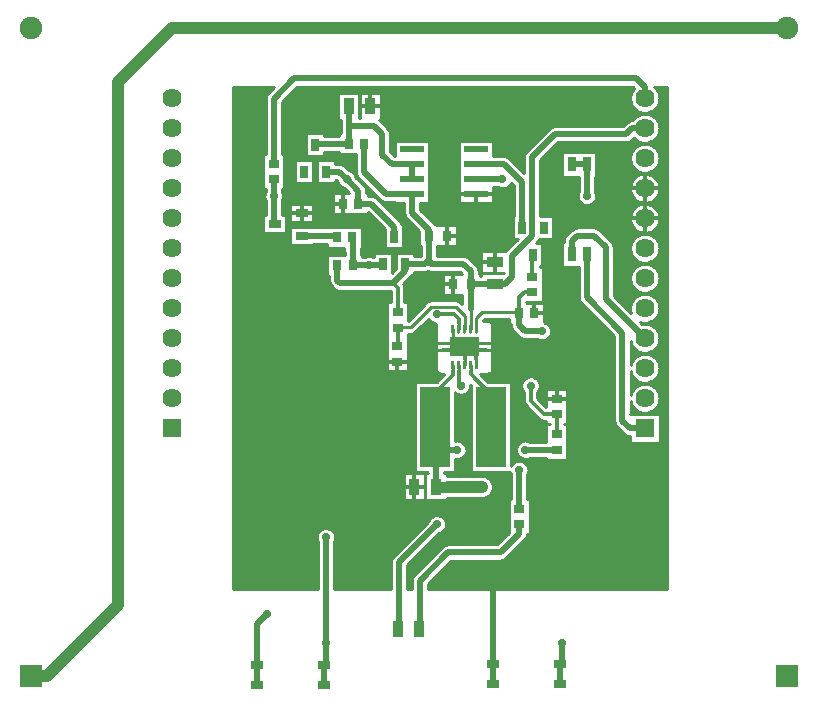
<source format=gbr>
G04 DipTrace 2.4.0.2*
%INTop.gbr*%
%MOIN*%
%ADD13C,0.011*%
%ADD14C,0.0118*%
%ADD15C,0.0098*%
%ADD16C,0.0394*%
%ADD17C,0.0197*%
%ADD18C,0.0138*%
%ADD19C,0.0374*%
%ADD21R,0.0748X0.0748*%
%ADD22C,0.0748*%
%ADD24R,0.0354X0.0315*%
%ADD25R,0.0374X0.0551*%
%ADD26R,0.0638X0.0638*%
%ADD27C,0.0638*%
%ADD28R,0.0551X0.0374*%
%ADD29R,0.0315X0.0354*%
%ADD31R,0.0256X0.0413*%
%ADD32R,0.0335X0.0551*%
%ADD34C,0.0197*%
%ADD35R,0.0787X0.0236*%
%ADD36R,0.0984X0.2677*%
%ADD37R,0.0394X0.0276*%
%ADD38R,0.0413X0.0256*%
%ADD39R,0.0299X0.05*%
%ADD40C,0.0276*%
%ADD41C,0.04*%
%FSLAX44Y44*%
G04*
G70*
G90*
G75*
G01*
%LNTop*%
%LPD*%
X25323Y27670D2*
D13*
Y27872D1*
D14*
Y28271D1*
X25716Y27670D2*
D13*
Y27872D1*
D14*
Y28271D1*
X25323D1*
X24929Y28851D2*
D13*
Y28504D1*
D14*
X25163Y28271D1*
X25323D1*
X26457Y27851D2*
D15*
Y28101D1*
X26395Y28164D1*
X25429D1*
X25323Y28271D1*
X26457Y27851D2*
Y28164D1*
X26240Y28381D1*
X25433D1*
X25323Y28271D1*
X24019Y28726D2*
Y28380D1*
X25213D1*
X25323Y28271D1*
X24019Y28289D2*
Y28163D1*
X25215D1*
X25323Y28271D1*
X26272Y17012D2*
D17*
Y17682D1*
Y20193D1*
X26803Y20724D1*
X27331D1*
X28457Y21851D1*
X31331Y36551D2*
Y36915D1*
X31019Y37226D1*
X19643D1*
X18956Y36540D1*
Y34364D1*
X25519Y27670D2*
D13*
Y27468D1*
D14*
Y27351D1*
X26207Y26664D1*
Y25601D1*
X27597Y31337D2*
D18*
Y31242D1*
X27582Y31226D1*
Y30601D1*
X23346Y31025D2*
D17*
X24005D1*
X24144Y31164D1*
Y31976D1*
X23581Y33352D2*
Y32727D1*
X24144Y32164D1*
Y31976D1*
X23346Y31025D2*
Y30803D1*
X22931Y30388D1*
X21169D1*
X21081Y30476D1*
Y30976D1*
X21076Y30982D1*
X21968Y35039D2*
Y34090D1*
X22707Y33352D1*
X23581D1*
X27145Y22862D2*
Y24164D1*
X24144Y31101D2*
Y31164D1*
X25519Y28851D2*
D13*
Y29539D1*
D17*
Y30351D1*
X23088Y29420D2*
D14*
Y30232D1*
X22931Y30388D1*
X26321Y30362D2*
D17*
X26655D1*
X26894Y30601D1*
Y31289D1*
X27582Y31976D1*
Y34601D1*
X28332Y35351D1*
X30707D1*
X30906Y35551D1*
X31331D1*
X26321Y30362D2*
X25519D1*
Y30351D1*
Y30789D1*
X25269Y31039D1*
X24207D1*
X24144Y31101D1*
X20642Y16993D2*
Y17663D1*
X20701D1*
Y18390D1*
Y21919D1*
X27894Y28789D2*
X27332D1*
X27138Y28983D1*
Y29392D1*
X28516Y17012D2*
Y17682D1*
X28575Y18390D2*
Y17741D1*
X28516Y17682D1*
X25716Y28851D2*
D15*
Y29236D1*
X25894Y29414D1*
X27116D1*
X27138Y29392D1*
X27582Y30090D2*
D18*
X27320D1*
X27144Y29914D1*
Y29398D1*
X27138Y29392D1*
X18398Y16993D2*
D17*
Y17663D1*
X24373Y23601D2*
Y25560D1*
X24332Y25601D1*
X28395Y24839D2*
X27344D1*
X25082D2*
X24406D1*
X24269Y24976D1*
Y25601D1*
X24332D1*
X24929Y27670D2*
D13*
Y27468D1*
D14*
Y27323D1*
X24332Y26726D1*
Y25601D1*
X25894Y23601D2*
D16*
X24756D1*
D19*
X24373D1*
X18398Y17663D2*
D17*
Y19012D1*
X18732Y19346D1*
X21587Y30982D2*
Y31908D1*
X21581Y31914D1*
X21587Y30982D2*
X22144D1*
X22555D1*
X22598Y31025D1*
X25126Y28851D2*
D13*
Y29053D1*
D14*
Y29182D1*
X24957Y29351D1*
X24394D1*
Y22351D2*
D17*
X23144Y21100D1*
Y18882D1*
X23112Y18850D1*
X21456Y35039D2*
X20362D1*
X20330Y35007D1*
X23581Y33852D2*
Y34352D1*
X21456Y36289D2*
Y35626D1*
Y35039D1*
Y35626D2*
X22308D1*
X22582Y35352D1*
Y34664D1*
X22894Y34352D1*
X23581D1*
X22972Y31930D2*
Y32274D1*
X22207Y33039D1*
X21781D1*
X21775Y33033D1*
X20704Y34102D2*
X21138D1*
X21388Y33852D1*
X21775Y33465D1*
Y33033D1*
X25707Y33852D2*
X26582D1*
X28895Y31351D2*
Y31789D1*
X29082Y31977D1*
X29645D1*
X30020Y31601D1*
Y29862D1*
X31331Y28551D1*
X25126Y27670D2*
D13*
Y27468D1*
D14*
Y27039D1*
X25269D1*
X25207Y26976D1*
X27519D2*
Y26476D1*
X27969Y26027D1*
X28395D1*
Y25351D1*
X36055Y38886D2*
D16*
X15552D1*
X13768Y37102D1*
Y19663D1*
X11393Y17287D1*
X10858D1*
X27223Y32243D2*
D17*
Y33772D1*
X26644Y34352D1*
X25707D1*
X27145Y22351D2*
Y22038D1*
X26520Y21413D1*
X24769D1*
X23832Y20475D1*
Y18850D1*
X23801D1*
X31331Y25551D2*
X30819D1*
X30582Y25788D1*
Y28726D1*
X29395Y29913D1*
Y31351D1*
X18956Y33852D2*
Y33289D1*
Y32383D1*
X18988Y32351D1*
X29395Y34351D2*
Y33289D1*
X28895Y34351D2*
X29395D1*
X25323Y28851D2*
D15*
Y29298D1*
X25019Y29601D1*
X24207D1*
X23519Y28914D1*
X23094D1*
X23088Y28908D1*
D14*
Y28295D1*
X23082Y28289D1*
X19894Y31977D2*
D17*
X21007D1*
X21070Y31914D1*
D40*
X27145Y24164D3*
X24144Y31101D3*
D3*
X20701Y21919D3*
X27894Y28789D3*
X28575Y18390D3*
X20701D3*
X27344Y24839D3*
X25082D3*
D41*
X25894Y23601D3*
D40*
X18732Y19346D3*
X24394Y29351D3*
X22144Y30982D3*
X24394Y22351D3*
Y29351D3*
X26582Y33852D3*
X21388D3*
X25207Y26976D3*
X27519D3*
X29395Y33289D3*
X18956D3*
D41*
X24082Y30351D3*
X26394Y31851D3*
X20707Y32601D3*
X23207Y36351D3*
X24207D3*
X28957Y29726D3*
Y28976D3*
Y28226D3*
X25582Y31851D3*
D40*
X26457Y28726D3*
Y28289D3*
Y27851D3*
X24019Y28726D3*
Y28289D3*
Y27851D3*
D41*
X22769Y23601D3*
Y22851D3*
X22144Y25476D3*
X28457Y21851D3*
X22144Y26664D3*
X29707Y21851D3*
X29520Y28976D3*
X27144Y27726D3*
Y26164D3*
X25228Y20724D3*
X26478D3*
X21222D3*
X22472D3*
X28457Y24016D3*
X29707D3*
X17610Y36830D2*
D15*
X18855D1*
X19638D2*
X30917D1*
X31744D2*
X32059D1*
X17610Y36733D2*
X18759D1*
X19541D2*
X21088D1*
X22552D2*
X30866D1*
X31795D2*
X32059D1*
X17610Y36636D2*
X18694D1*
X19444D2*
X21088D1*
X22552D2*
X30839D1*
X31823D2*
X32059D1*
X17610Y36539D2*
X18677D1*
X19346D2*
X21088D1*
X22552D2*
X30831D1*
X31830D2*
X32059D1*
X17610Y36442D2*
X18677D1*
X19249D2*
X21088D1*
X22552D2*
X30843D1*
X31818D2*
X32059D1*
X17610Y36344D2*
X18677D1*
X19235D2*
X21088D1*
X22552D2*
X30877D1*
X31784D2*
X32059D1*
X17610Y36247D2*
X18677D1*
X19235D2*
X21088D1*
X22552D2*
X30936D1*
X31726D2*
X32059D1*
X17610Y36150D2*
X18677D1*
X19235D2*
X21088D1*
X22552D2*
X31039D1*
X31623D2*
X32059D1*
X17610Y36053D2*
X18677D1*
X19235D2*
X21088D1*
X22552D2*
X32059D1*
X17610Y35956D2*
X18677D1*
X19235D2*
X21088D1*
X22552D2*
X31045D1*
X31617D2*
X32059D1*
X17610Y35859D2*
X18677D1*
X19235D2*
X21088D1*
X22552D2*
X30940D1*
X31721D2*
X32059D1*
X17610Y35762D2*
X18677D1*
X19235D2*
X21178D1*
X22563D2*
X30728D1*
X31783D2*
X32059D1*
X17610Y35665D2*
X18677D1*
X19235D2*
X21178D1*
X22660D2*
X30630D1*
X31817D2*
X32059D1*
X17610Y35568D2*
X18677D1*
X19235D2*
X21178D1*
X22757D2*
X28161D1*
X31830D2*
X32059D1*
X17610Y35470D2*
X18677D1*
X19235D2*
X21178D1*
X22834D2*
X28060D1*
X31824D2*
X32059D1*
X17610Y35373D2*
X18677D1*
X19235D2*
X20021D1*
X20639D2*
X21118D1*
X22860D2*
X27963D1*
X31797D2*
X32059D1*
X17610Y35276D2*
X18677D1*
X19235D2*
X20021D1*
X22861D2*
X27866D1*
X31746D2*
X32059D1*
X17610Y35179D2*
X18677D1*
X19235D2*
X20021D1*
X22861D2*
X27769D1*
X30926D2*
X31002D1*
X31660D2*
X32059D1*
X17610Y35082D2*
X18677D1*
X19235D2*
X20021D1*
X22861D2*
X23006D1*
X24156D2*
X25132D1*
X26282D2*
X27671D1*
X30726D2*
X31180D1*
X31481D2*
X32059D1*
X17610Y34985D2*
X18677D1*
X19235D2*
X20021D1*
X22861D2*
X23006D1*
X24156D2*
X25132D1*
X26282D2*
X27574D1*
X28356D2*
X31092D1*
X31569D2*
X32059D1*
X17610Y34888D2*
X18677D1*
X19235D2*
X20021D1*
X22861D2*
X23006D1*
X24156D2*
X25132D1*
X26282D2*
X27477D1*
X28259D2*
X30965D1*
X31697D2*
X32059D1*
X17610Y34791D2*
X18677D1*
X19235D2*
X20021D1*
X22861D2*
X23006D1*
X24156D2*
X25132D1*
X26282D2*
X27380D1*
X28162D2*
X30894D1*
X31767D2*
X32059D1*
X17610Y34694D2*
X18677D1*
X19235D2*
X20021D1*
X20639D2*
X21118D1*
X22943D2*
X23006D1*
X24156D2*
X25132D1*
X26282D2*
X27319D1*
X28066D2*
X28564D1*
X29725D2*
X30853D1*
X31809D2*
X32059D1*
X17610Y34596D2*
X18599D1*
X19315D2*
X21688D1*
X24156D2*
X25132D1*
X26766D2*
X27302D1*
X27967D2*
X28564D1*
X29725D2*
X30833D1*
X31829D2*
X32059D1*
X17610Y34499D2*
X18599D1*
X19315D2*
X21688D1*
X24156D2*
X25132D1*
X26888D2*
X27302D1*
X27870D2*
X28564D1*
X29725D2*
X30834D1*
X31827D2*
X32059D1*
X17610Y34402D2*
X18599D1*
X19315D2*
X19647D1*
X20265D2*
X20395D1*
X21013D2*
X21688D1*
X24156D2*
X25132D1*
X26984D2*
X27302D1*
X27861D2*
X28564D1*
X29725D2*
X30854D1*
X31807D2*
X32059D1*
X17610Y34305D2*
X18599D1*
X19315D2*
X19647D1*
X20265D2*
X20395D1*
X21325D2*
X21688D1*
X24156D2*
X25132D1*
X27081D2*
X27302D1*
X27861D2*
X28564D1*
X29725D2*
X30897D1*
X31764D2*
X32059D1*
X17610Y34208D2*
X18599D1*
X19315D2*
X19647D1*
X20265D2*
X20395D1*
X21423D2*
X21688D1*
X24156D2*
X25132D1*
X27178D2*
X27302D1*
X27861D2*
X28564D1*
X29725D2*
X30971D1*
X31690D2*
X32059D1*
X17610Y34111D2*
X18599D1*
X19315D2*
X19647D1*
X20265D2*
X20395D1*
X21566D2*
X21688D1*
X24156D2*
X25132D1*
X27861D2*
X28564D1*
X29725D2*
X31106D1*
X31555D2*
X32059D1*
X17610Y34014D2*
X18599D1*
X19315D2*
X19647D1*
X20265D2*
X20395D1*
X24156D2*
X25132D1*
X27861D2*
X28564D1*
X29725D2*
X31159D1*
X31503D2*
X32059D1*
X17610Y33917D2*
X18599D1*
X19315D2*
X19647D1*
X20265D2*
X20395D1*
X24156D2*
X25132D1*
X27861D2*
X29115D1*
X29674D2*
X30994D1*
X31667D2*
X32059D1*
X17610Y33820D2*
X18599D1*
X19315D2*
X19647D1*
X20265D2*
X20395D1*
X24156D2*
X25132D1*
X27861D2*
X29115D1*
X29674D2*
X30911D1*
X31750D2*
X32059D1*
X17610Y33722D2*
X18599D1*
X19315D2*
X21098D1*
X24156D2*
X25132D1*
X27861D2*
X29115D1*
X29674D2*
X30862D1*
X31800D2*
X32059D1*
X17610Y33625D2*
X18599D1*
X19315D2*
X21168D1*
X24156D2*
X25132D1*
X26801D2*
X26943D1*
X27861D2*
X29115D1*
X29674D2*
X30837D1*
X31824D2*
X32059D1*
X17610Y33528D2*
X18599D1*
X19315D2*
X21321D1*
X22046D2*
X22139D1*
X24156D2*
X25132D1*
X26282D2*
X26943D1*
X27861D2*
X29115D1*
X29674D2*
X30831D1*
X31830D2*
X32059D1*
X17610Y33431D2*
X18672D1*
X19241D2*
X21418D1*
X22054D2*
X22236D1*
X24156D2*
X25132D1*
X26282D2*
X26943D1*
X27861D2*
X29110D1*
X29679D2*
X30846D1*
X31815D2*
X32059D1*
X17610Y33334D2*
X18640D1*
X19272D2*
X20924D1*
X22114D2*
X22333D1*
X24156D2*
X25132D1*
X26282D2*
X26943D1*
X27861D2*
X29079D1*
X29710D2*
X30882D1*
X31780D2*
X32059D1*
X17610Y33237D2*
X18642D1*
X19270D2*
X20924D1*
X24156D2*
X25132D1*
X26282D2*
X26943D1*
X27861D2*
X29081D1*
X29710D2*
X30945D1*
X31717D2*
X32059D1*
X17610Y33140D2*
X18676D1*
X19237D2*
X20924D1*
X24156D2*
X25132D1*
X26282D2*
X26943D1*
X27861D2*
X29115D1*
X29674D2*
X31054D1*
X31607D2*
X32059D1*
X17610Y33043D2*
X18677D1*
X19235D2*
X20924D1*
X22594D2*
X23302D1*
X23861D2*
X26943D1*
X27861D2*
X29199D1*
X29591D2*
X32059D1*
X17610Y32946D2*
X18677D1*
X19235D2*
X19506D1*
X20281D2*
X20924D1*
X22691D2*
X23302D1*
X23861D2*
X26943D1*
X27861D2*
X31029D1*
X31632D2*
X32059D1*
X17610Y32848D2*
X18677D1*
X19235D2*
X19506D1*
X20281D2*
X20924D1*
X22788D2*
X23302D1*
X23861D2*
X26943D1*
X27861D2*
X30931D1*
X31730D2*
X32059D1*
X17610Y32751D2*
X18677D1*
X19235D2*
X19506D1*
X20281D2*
X20924D1*
X22886D2*
X23302D1*
X23949D2*
X26943D1*
X27861D2*
X30874D1*
X31787D2*
X32059D1*
X17610Y32654D2*
X18677D1*
X19235D2*
X19506D1*
X20281D2*
X22200D1*
X22983D2*
X23312D1*
X24046D2*
X26943D1*
X27861D2*
X30842D1*
X31820D2*
X32059D1*
X17610Y32557D2*
X18600D1*
X19377D2*
X19506D1*
X20281D2*
X22297D1*
X23080D2*
X23361D1*
X24142D2*
X26914D1*
X28281D2*
X30831D1*
X31830D2*
X32059D1*
X17610Y32460D2*
X18600D1*
X19377D2*
X19506D1*
X20281D2*
X22394D1*
X23177D2*
X23457D1*
X24239D2*
X26914D1*
X28281D2*
X30839D1*
X31823D2*
X32059D1*
X17610Y32363D2*
X18600D1*
X19377D2*
X22491D1*
X23237D2*
X23554D1*
X24336D2*
X26914D1*
X28281D2*
X30868D1*
X31793D2*
X32059D1*
X17610Y32266D2*
X18600D1*
X19377D2*
X19506D1*
X20281D2*
X22589D1*
X23281D2*
X23652D1*
X25073D2*
X26914D1*
X28281D2*
X30923D1*
X31738D2*
X32059D1*
X17610Y32169D2*
X18600D1*
X19377D2*
X19506D1*
X21920D2*
X22663D1*
X23281D2*
X23749D1*
X25073D2*
X26914D1*
X28281D2*
X28884D1*
X29843D2*
X31014D1*
X31647D2*
X32059D1*
X17610Y32072D2*
X18600D1*
X19377D2*
X19506D1*
X21920D2*
X22663D1*
X23281D2*
X23806D1*
X25073D2*
X26914D1*
X28281D2*
X28786D1*
X29940D2*
X31220D1*
X31441D2*
X32059D1*
X17610Y31974D2*
X19506D1*
X21920D2*
X22663D1*
X23281D2*
X23806D1*
X25073D2*
X26914D1*
X28281D2*
X28689D1*
X30039D2*
X31074D1*
X31587D2*
X32059D1*
X17610Y31877D2*
X19506D1*
X21920D2*
X22663D1*
X23281D2*
X23806D1*
X25073D2*
X26914D1*
X28281D2*
X28630D1*
X30136D2*
X30956D1*
X31706D2*
X32059D1*
X17610Y31780D2*
X19506D1*
X21920D2*
X22663D1*
X23281D2*
X23806D1*
X25073D2*
X26994D1*
X27776D2*
X28615D1*
X30231D2*
X30888D1*
X31773D2*
X32059D1*
X17610Y31683D2*
X19506D1*
X20281D2*
X20732D1*
X21920D2*
X22663D1*
X23281D2*
X23806D1*
X25073D2*
X26897D1*
X27906D2*
X28564D1*
X30286D2*
X30850D1*
X31812D2*
X32059D1*
X17610Y31586D2*
X20732D1*
X21920D2*
X22663D1*
X23281D2*
X23864D1*
X24424D2*
X26800D1*
X27906D2*
X28564D1*
X30299D2*
X30833D1*
X31829D2*
X32059D1*
X17610Y31489D2*
X21308D1*
X21866D2*
X23864D1*
X24424D2*
X26703D1*
X27906D2*
X28564D1*
X30299D2*
X30834D1*
X31827D2*
X32059D1*
X17610Y31392D2*
X21308D1*
X21866D2*
X22290D1*
X22908D2*
X23037D1*
X23655D2*
X23864D1*
X24424D2*
X25864D1*
X27906D2*
X28564D1*
X30299D2*
X30857D1*
X31804D2*
X32059D1*
X17610Y31295D2*
X20738D1*
X21926D2*
X22290D1*
X22908D2*
X23037D1*
X23655D2*
X23864D1*
X25364D2*
X25864D1*
X27906D2*
X28564D1*
X30299D2*
X30903D1*
X31758D2*
X32059D1*
X17610Y31198D2*
X20738D1*
X22908D2*
X23037D1*
X25502D2*
X25864D1*
X27906D2*
X28564D1*
X30299D2*
X30982D1*
X31680D2*
X32059D1*
X17610Y31100D2*
X20738D1*
X22908D2*
X23037D1*
X25599D2*
X25864D1*
X27906D2*
X28564D1*
X30299D2*
X31129D1*
X31532D2*
X32059D1*
X17610Y31003D2*
X20738D1*
X22908D2*
X23037D1*
X25696D2*
X25864D1*
X27906D2*
X28564D1*
X30299D2*
X31132D1*
X31529D2*
X32059D1*
X17610Y30906D2*
X20738D1*
X22908D2*
X23037D1*
X25771D2*
X25864D1*
X27940D2*
X29115D1*
X30299D2*
X30983D1*
X31678D2*
X32059D1*
X17610Y30809D2*
X20738D1*
X22908D2*
X22960D1*
X25797D2*
X25864D1*
X27940D2*
X29115D1*
X30299D2*
X30905D1*
X31757D2*
X32059D1*
X17610Y30712D2*
X20738D1*
X23655D2*
X25205D1*
X25799D2*
X25864D1*
X27940D2*
X29115D1*
X30299D2*
X30859D1*
X31803D2*
X32059D1*
X17610Y30615D2*
X20802D1*
X23549D2*
X24590D1*
X27940D2*
X29115D1*
X30299D2*
X30836D1*
X31826D2*
X32059D1*
X17610Y30518D2*
X20802D1*
X23452D2*
X24590D1*
X27940D2*
X29115D1*
X30299D2*
X30833D1*
X31829D2*
X32059D1*
X17610Y30421D2*
X20809D1*
X23355D2*
X24590D1*
X27940D2*
X29115D1*
X30299D2*
X30848D1*
X31813D2*
X32059D1*
X17610Y30323D2*
X20850D1*
X23309D2*
X24590D1*
X27940D2*
X29115D1*
X30299D2*
X30886D1*
X31775D2*
X32059D1*
X17610Y30226D2*
X20941D1*
X23327D2*
X24590D1*
X27940D2*
X29115D1*
X30299D2*
X30954D1*
X31707D2*
X32059D1*
X17610Y30129D2*
X21085D1*
X23327D2*
X24590D1*
X27940D2*
X29115D1*
X30299D2*
X31071D1*
X31590D2*
X32059D1*
X17610Y30032D2*
X22848D1*
X23327D2*
X24590D1*
X27940D2*
X29115D1*
X30299D2*
X31228D1*
X31434D2*
X32059D1*
X17610Y29935D2*
X22848D1*
X23327D2*
X25239D1*
X27940D2*
X29115D1*
X30339D2*
X31016D1*
X31646D2*
X32059D1*
X17610Y29838D2*
X22848D1*
X23327D2*
X25239D1*
X27940D2*
X29126D1*
X30435D2*
X30923D1*
X31738D2*
X32059D1*
X17610Y29741D2*
X22729D1*
X23446D2*
X24024D1*
X27394D2*
X29178D1*
X30532D2*
X30869D1*
X31792D2*
X32059D1*
X17610Y29644D2*
X22729D1*
X23446D2*
X23927D1*
X27989D2*
X29273D1*
X30629D2*
X30840D1*
X31821D2*
X32059D1*
X17610Y29547D2*
X22729D1*
X23446D2*
X23831D1*
X27989D2*
X29370D1*
X30726D2*
X30831D1*
X31830D2*
X32059D1*
X17610Y29449D2*
X22729D1*
X23446D2*
X23734D1*
X27989D2*
X29467D1*
X31820D2*
X32059D1*
X17610Y29352D2*
X22729D1*
X23446D2*
X23637D1*
X27989D2*
X29565D1*
X31789D2*
X32059D1*
X17610Y29255D2*
X22729D1*
X23446D2*
X23538D1*
X27989D2*
X29662D1*
X31730D2*
X32059D1*
X17610Y29158D2*
X22729D1*
X24086D2*
X24143D1*
X25960D2*
X26799D1*
X27989D2*
X29759D1*
X31634D2*
X32059D1*
X17610Y29061D2*
X22729D1*
X23987D2*
X24278D1*
X26236D2*
X26799D1*
X28050D2*
X29856D1*
X31212D2*
X32059D1*
X17610Y28964D2*
X22729D1*
X23890D2*
X24343D1*
X26259D2*
X26859D1*
X28158D2*
X29953D1*
X31604D2*
X32059D1*
X17610Y28867D2*
X22729D1*
X23793D2*
X24343D1*
X26259D2*
X26885D1*
X28202D2*
X30050D1*
X31715D2*
X32059D1*
X17610Y28770D2*
X22729D1*
X23696D2*
X24343D1*
X26259D2*
X26960D1*
X28212D2*
X30147D1*
X31780D2*
X32059D1*
X17610Y28673D2*
X22729D1*
X23446D2*
X24343D1*
X26259D2*
X27057D1*
X28190D2*
X30245D1*
X31815D2*
X32059D1*
X17610Y28575D2*
X22723D1*
X23440D2*
X24343D1*
X26259D2*
X27157D1*
X28127D2*
X30304D1*
X31830D2*
X32059D1*
X17610Y28478D2*
X22723D1*
X23440D2*
X24343D1*
X26259D2*
X30304D1*
X31826D2*
X32059D1*
X17610Y28381D2*
X22723D1*
X23440D2*
X24343D1*
X26259D2*
X30304D1*
X31800D2*
X32059D1*
X17610Y28284D2*
X22723D1*
X23440D2*
X24343D1*
X26259D2*
X30304D1*
X31752D2*
X32059D1*
X17610Y28187D2*
X22723D1*
X23440D2*
X24343D1*
X26259D2*
X30304D1*
X30861D2*
X30993D1*
X31669D2*
X32059D1*
X17610Y28090D2*
X22723D1*
X23440D2*
X24343D1*
X26259D2*
X30304D1*
X30861D2*
X31156D1*
X31506D2*
X32059D1*
X17610Y27993D2*
X22723D1*
X23440D2*
X24343D1*
X26259D2*
X30304D1*
X30861D2*
X31108D1*
X31554D2*
X32059D1*
X17610Y27896D2*
X22723D1*
X23440D2*
X24343D1*
X26259D2*
X30304D1*
X30861D2*
X30973D1*
X31689D2*
X32059D1*
X17610Y27799D2*
X22723D1*
X23440D2*
X24343D1*
X26259D2*
X30304D1*
X31764D2*
X32059D1*
X17610Y27701D2*
X22723D1*
X23440D2*
X24343D1*
X26259D2*
X30304D1*
X31807D2*
X32059D1*
X17610Y27604D2*
X22723D1*
X23440D2*
X24343D1*
X26259D2*
X30304D1*
X31827D2*
X32059D1*
X17610Y27507D2*
X22723D1*
X23440D2*
X24346D1*
X26256D2*
X30304D1*
X31829D2*
X32059D1*
X17610Y27410D2*
X24403D1*
X26199D2*
X30304D1*
X31810D2*
X32059D1*
X17610Y27313D2*
X24584D1*
X25893D2*
X30304D1*
X31769D2*
X32059D1*
X17610Y27216D2*
X24486D1*
X25989D2*
X27314D1*
X27724D2*
X30304D1*
X30861D2*
X30963D1*
X31698D2*
X32059D1*
X17610Y27119D2*
X24389D1*
X26088D2*
X27235D1*
X27803D2*
X30304D1*
X30861D2*
X31091D1*
X31570D2*
X32059D1*
X17610Y27022D2*
X23658D1*
X26880D2*
X27203D1*
X27835D2*
X30304D1*
X30861D2*
X31183D1*
X31478D2*
X32059D1*
X17610Y26925D2*
X23658D1*
X26880D2*
X27205D1*
X27833D2*
X30304D1*
X30861D2*
X31003D1*
X31658D2*
X32059D1*
X17610Y26827D2*
X23658D1*
X26880D2*
X27239D1*
X27800D2*
X28037D1*
X28753D2*
X30304D1*
X30861D2*
X30915D1*
X31746D2*
X32059D1*
X17610Y26730D2*
X23658D1*
X25404D2*
X25533D1*
X26880D2*
X27279D1*
X27760D2*
X28037D1*
X28753D2*
X30304D1*
X31797D2*
X32059D1*
X17610Y26633D2*
X23658D1*
X25005D2*
X25533D1*
X26880D2*
X27279D1*
X27760D2*
X28037D1*
X28753D2*
X30304D1*
X31824D2*
X32059D1*
X17610Y26536D2*
X23658D1*
X25005D2*
X25533D1*
X26880D2*
X27279D1*
X27795D2*
X28037D1*
X28753D2*
X30304D1*
X31830D2*
X32059D1*
X17610Y26439D2*
X23658D1*
X25005D2*
X25533D1*
X26880D2*
X27282D1*
X27892D2*
X28037D1*
X28753D2*
X30304D1*
X31818D2*
X32059D1*
X17610Y26342D2*
X23658D1*
X25005D2*
X25533D1*
X26880D2*
X27323D1*
X28753D2*
X30304D1*
X31784D2*
X32059D1*
X17610Y26245D2*
X23658D1*
X25005D2*
X25533D1*
X26880D2*
X27415D1*
X28753D2*
X30304D1*
X30861D2*
X30939D1*
X31723D2*
X32059D1*
X17610Y26148D2*
X23658D1*
X25005D2*
X25533D1*
X26880D2*
X27512D1*
X28753D2*
X30304D1*
X30861D2*
X31043D1*
X31618D2*
X32059D1*
X17610Y26051D2*
X23658D1*
X25005D2*
X25533D1*
X26880D2*
X27609D1*
X28753D2*
X30304D1*
X30861D2*
X32059D1*
X17610Y25953D2*
X23658D1*
X25005D2*
X25533D1*
X26880D2*
X27708D1*
X28753D2*
X30304D1*
X31830D2*
X32059D1*
X17610Y25856D2*
X23658D1*
X25005D2*
X25533D1*
X26880D2*
X27804D1*
X28753D2*
X30304D1*
X31830D2*
X32059D1*
X17610Y25759D2*
X23658D1*
X25005D2*
X25533D1*
X26880D2*
X28037D1*
X28753D2*
X30305D1*
X31830D2*
X32059D1*
X17610Y25662D2*
X23658D1*
X25005D2*
X25533D1*
X26880D2*
X28037D1*
X28753D2*
X30334D1*
X31830D2*
X32059D1*
X17610Y25565D2*
X23658D1*
X25005D2*
X25533D1*
X26880D2*
X28037D1*
X28753D2*
X30414D1*
X31830D2*
X32059D1*
X17610Y25468D2*
X23658D1*
X25005D2*
X25533D1*
X26880D2*
X28037D1*
X28753D2*
X30511D1*
X31830D2*
X32059D1*
X17610Y25371D2*
X23658D1*
X25005D2*
X25533D1*
X26880D2*
X28037D1*
X28753D2*
X30608D1*
X31830D2*
X32059D1*
X17610Y25274D2*
X23658D1*
X25005D2*
X25533D1*
X26880D2*
X28037D1*
X28753D2*
X30831D1*
X31830D2*
X32059D1*
X17610Y25177D2*
X23658D1*
X25005D2*
X25533D1*
X26880D2*
X28037D1*
X28753D2*
X30831D1*
X31830D2*
X32059D1*
X17610Y25079D2*
X23658D1*
X25285D2*
X25533D1*
X26880D2*
X27140D1*
X28753D2*
X30831D1*
X31830D2*
X32059D1*
X17610Y24982D2*
X23658D1*
X25365D2*
X25533D1*
X26880D2*
X27060D1*
X28753D2*
X32059D1*
X17610Y24885D2*
X23658D1*
X25397D2*
X25533D1*
X26880D2*
X27028D1*
X28753D2*
X32059D1*
X17610Y24788D2*
X23658D1*
X25396D2*
X25533D1*
X26880D2*
X27029D1*
X28753D2*
X32059D1*
X17610Y24691D2*
X23658D1*
X25364D2*
X25533D1*
X26880D2*
X27063D1*
X28753D2*
X32059D1*
X17610Y24594D2*
X23658D1*
X25279D2*
X25533D1*
X26880D2*
X27146D1*
X28753D2*
X32059D1*
X17610Y24497D2*
X23658D1*
X25005D2*
X25533D1*
X26880D2*
X32059D1*
X17610Y24400D2*
X23658D1*
X25005D2*
X25533D1*
X26880D2*
X26935D1*
X27355D2*
X32059D1*
X17610Y24302D2*
X23658D1*
X25005D2*
X25533D1*
X27430D2*
X32059D1*
X17610Y24205D2*
X23658D1*
X25005D2*
X25533D1*
X27461D2*
X32059D1*
X17610Y24108D2*
X23658D1*
X25005D2*
X25533D1*
X27458D2*
X32059D1*
X17610Y24011D2*
X23277D1*
X24741D2*
X26865D1*
X27424D2*
X32059D1*
X17610Y23914D2*
X23277D1*
X26103D2*
X26865D1*
X27424D2*
X32059D1*
X17610Y23817D2*
X23277D1*
X26206D2*
X26865D1*
X27424D2*
X32059D1*
X17610Y23720D2*
X23277D1*
X26256D2*
X26865D1*
X27424D2*
X32059D1*
X17610Y23623D2*
X23277D1*
X26275D2*
X26865D1*
X27424D2*
X32059D1*
X17610Y23526D2*
X23277D1*
X26268D2*
X26865D1*
X27424D2*
X32059D1*
X17610Y23428D2*
X23277D1*
X26232D2*
X26865D1*
X27424D2*
X32059D1*
X17610Y23331D2*
X23277D1*
X26160D2*
X26865D1*
X27424D2*
X32059D1*
X17610Y23234D2*
X23277D1*
X25963D2*
X26865D1*
X27424D2*
X32059D1*
X17610Y23137D2*
X26786D1*
X27503D2*
X32059D1*
X17610Y23040D2*
X26786D1*
X27503D2*
X32059D1*
X17610Y22943D2*
X26786D1*
X27503D2*
X32059D1*
X17610Y22846D2*
X26786D1*
X27503D2*
X32059D1*
X17610Y22749D2*
X26786D1*
X27503D2*
X32059D1*
X17610Y22652D2*
X24315D1*
X24473D2*
X26786D1*
X27503D2*
X32059D1*
X17610Y22554D2*
X24152D1*
X24636D2*
X26786D1*
X27503D2*
X32059D1*
X17610Y22457D2*
X24095D1*
X24695D2*
X26786D1*
X27503D2*
X32059D1*
X17610Y22360D2*
X24014D1*
X24713D2*
X26786D1*
X27503D2*
X32059D1*
X17610Y22263D2*
X23915D1*
X24701D2*
X26786D1*
X27503D2*
X32059D1*
X17610Y22166D2*
X20506D1*
X20896D2*
X23818D1*
X24651D2*
X26786D1*
X27503D2*
X32059D1*
X17610Y22069D2*
X20421D1*
X20981D2*
X23721D1*
X24532D2*
X26785D1*
X27503D2*
X32059D1*
X17610Y21972D2*
X20387D1*
X21014D2*
X23624D1*
X24407D2*
X26688D1*
X27415D2*
X32059D1*
X17610Y21875D2*
X20386D1*
X21016D2*
X23528D1*
X24310D2*
X26590D1*
X27369D2*
X32059D1*
X17610Y21778D2*
X20416D1*
X20985D2*
X23431D1*
X24212D2*
X26493D1*
X27275D2*
X32059D1*
X17610Y21680D2*
X20421D1*
X20981D2*
X23334D1*
X24115D2*
X24726D1*
X27178D2*
X32059D1*
X17610Y21583D2*
X20421D1*
X20981D2*
X23235D1*
X24018D2*
X24549D1*
X27081D2*
X32059D1*
X17610Y21486D2*
X20421D1*
X20981D2*
X23139D1*
X23921D2*
X24452D1*
X26984D2*
X32059D1*
X17610Y21389D2*
X20421D1*
X20981D2*
X23042D1*
X23824D2*
X24355D1*
X26886D2*
X32059D1*
X17610Y21292D2*
X20421D1*
X20981D2*
X22945D1*
X23727D2*
X24257D1*
X26789D2*
X32059D1*
X17610Y21195D2*
X20421D1*
X20981D2*
X22882D1*
X23630D2*
X24160D1*
X26688D2*
X32059D1*
X17610Y21098D2*
X20421D1*
X20981D2*
X22865D1*
X23532D2*
X24063D1*
X24845D2*
X32059D1*
X17610Y21001D2*
X20421D1*
X20981D2*
X22865D1*
X23435D2*
X23966D1*
X24748D2*
X32059D1*
X17610Y20904D2*
X20421D1*
X20981D2*
X22865D1*
X23424D2*
X23869D1*
X24651D2*
X32059D1*
X17610Y20806D2*
X20421D1*
X20981D2*
X22865D1*
X23424D2*
X23772D1*
X24555D2*
X32059D1*
X17610Y20709D2*
X20421D1*
X20981D2*
X22865D1*
X23424D2*
X23675D1*
X24456D2*
X32059D1*
X17610Y20612D2*
X20421D1*
X20981D2*
X22865D1*
X23424D2*
X23589D1*
X24359D2*
X32059D1*
X17610Y20515D2*
X20421D1*
X20981D2*
X22865D1*
X23424D2*
X23555D1*
X24262D2*
X32059D1*
X17610Y20418D2*
X20421D1*
X20981D2*
X22865D1*
X23424D2*
X23552D1*
X24166D2*
X32059D1*
X17610Y20321D2*
X20421D1*
X20981D2*
X22865D1*
X23424D2*
X23552D1*
X24112D2*
X32059D1*
X17610Y20224D2*
X20421D1*
X20981D2*
X22865D1*
X23424D2*
X23552D1*
X24112D2*
X32059D1*
X27822Y30930D2*
X27930D1*
X27929Y30273D1*
X27930Y30172D1*
Y29761D1*
X27384D1*
X27390Y29740D1*
X27978D1*
Y29086D1*
X28010Y29076D1*
X28054Y29054D1*
X28094Y29025D1*
X28129Y28990D1*
X28158Y28951D1*
X28180Y28907D1*
X28195Y28860D1*
X28203Y28789D1*
X28199Y28740D1*
X28188Y28692D1*
X28169Y28647D1*
X28143Y28605D1*
X28110Y28568D1*
X28073Y28537D1*
X28030Y28511D1*
X27985Y28493D1*
X27937Y28483D1*
X27888Y28480D1*
X27839Y28485D1*
X27791Y28498D1*
X27742Y28520D1*
X27332Y28519D1*
X27283Y28524D1*
X27235Y28537D1*
X27191Y28559D1*
X27141Y28598D1*
X26947Y28792D1*
X26916Y28830D1*
X26892Y28873D1*
X26876Y28919D1*
X26868Y28983D1*
Y29043D1*
X26809D1*
Y29192D1*
X26131Y29193D1*
X25985D1*
X25936Y29144D1*
X26082D1*
X26130Y29137D1*
X26175Y29116D1*
X26211Y29083D1*
X26236Y29041D1*
X26248Y28992D1*
X26249Y28435D1*
Y27539D1*
X26242Y27490D1*
X26221Y27446D1*
X26188Y27409D1*
X26146Y27384D1*
X26097Y27372D1*
X25841Y27371D1*
X25829Y27366D1*
X26086Y27111D1*
X26870D1*
Y24307D1*
X26904Y24359D1*
X26938Y24394D1*
X26977Y24424D1*
X27021Y24447D1*
X27067Y24463D1*
X27115Y24472D1*
X27165Y24473D1*
X27213Y24466D1*
X27260Y24451D1*
X27304Y24429D1*
X27344Y24400D1*
X27379Y24366D1*
X27408Y24326D1*
X27430Y24282D1*
X27445Y24235D1*
X27454Y24164D1*
X27450Y24115D1*
X27438Y24067D1*
X27413Y24013D1*
X27414Y23191D1*
X27493D1*
X27491Y22534D1*
X27493Y22433D1*
Y22022D1*
X27415D1*
X27410Y21989D1*
X27397Y21942D1*
X27375Y21898D1*
X27335Y21847D1*
X26710Y21222D1*
X26672Y21191D1*
X26630Y21167D1*
X26583Y21151D1*
X26520Y21143D1*
X24882D1*
X24102Y20364D1*
X24101Y20182D1*
X24441Y20183D1*
X32069D1*
Y36927D1*
X31646D1*
X31686Y36889D1*
X31718Y36852D1*
X31746Y36812D1*
X31770Y36769D1*
X31790Y36724D1*
X31805Y36677D1*
X31815Y36629D1*
X31821Y36551D1*
X31818Y36502D1*
X31811Y36453D1*
X31799Y36406D1*
X31782Y36360D1*
X31760Y36315D1*
X31735Y36273D1*
X31705Y36234D1*
X31671Y36198D1*
X31634Y36166D1*
X31594Y36138D1*
X31551Y36113D1*
X31506Y36093D1*
X31459Y36078D1*
X31411Y36068D1*
X31362Y36062D1*
X31313Y36061D1*
X31264Y36066D1*
X31216Y36075D1*
X31169Y36089D1*
X31123Y36107D1*
X31080Y36130D1*
X31039Y36157D1*
X31001Y36189D1*
X30966Y36224D1*
X30935Y36262D1*
X30908Y36303D1*
X30885Y36347D1*
X30867Y36392D1*
X30853Y36439D1*
X30845Y36488D1*
X30841Y36537D1*
X30842Y36586D1*
X30848Y36635D1*
X30859Y36683D1*
X30874Y36730D1*
X30894Y36774D1*
X30919Y36817D1*
X30975Y36888D1*
X30937Y36927D1*
X19724D1*
X19226Y36428D1*
Y34692D1*
X19305D1*
X19303Y34035D1*
X19305Y33934D1*
Y33523D1*
X19226D1*
Y33441D1*
X19242Y33407D1*
X19257Y33360D1*
X19265Y33289D1*
X19261Y33240D1*
X19250Y33192D1*
X19225Y33138D1*
X19226Y32651D1*
X19366Y32650D1*
Y32051D1*
X18610D1*
Y32650D1*
X18686D1*
X18687Y33138D1*
X18659Y33205D1*
X18649Y33253D1*
X18647Y33302D1*
X18653Y33351D1*
X18667Y33398D1*
X18686Y33439D1*
X18687Y33524D1*
X18608Y33523D1*
X18609Y34180D1*
X18608Y34281D1*
Y34692D1*
X18686D1*
X18687Y36540D1*
X18691Y36588D1*
X18704Y36636D1*
X18726Y36680D1*
X18766Y36730D1*
X18962Y36927D1*
X17600D1*
Y20183D1*
X20432D1*
X20431Y21769D1*
X20403Y21835D1*
X20394Y21883D1*
X20392Y21932D1*
X20398Y21981D1*
X20412Y22029D1*
X20433Y22073D1*
X20460Y22114D1*
X20494Y22149D1*
X20533Y22179D1*
X20577Y22202D1*
X20623Y22218D1*
X20672Y22227D1*
X20721Y22228D1*
X20769Y22221D1*
X20816Y22206D1*
X20860Y22184D1*
X20900Y22155D1*
X20935Y22121D1*
X20964Y22081D1*
X20986Y22037D1*
X21002Y21990D1*
X21010Y21919D1*
X21006Y21870D1*
X20994Y21822D1*
X20970Y21768D1*
Y20787D1*
Y20183D1*
X22874D1*
Y21100D1*
X22879Y21149D1*
X22892Y21197D1*
X22914Y21241D1*
X22953Y21291D1*
X24096Y22434D1*
X24126Y22504D1*
X24154Y22545D1*
X24188Y22581D1*
X24227Y22610D1*
X24270Y22634D1*
X24317Y22650D1*
X24365Y22658D1*
X24414Y22659D1*
X24463Y22652D1*
X24510Y22637D1*
X24554Y22615D1*
X24594Y22587D1*
X24629Y22552D1*
X24658Y22512D1*
X24680Y22468D1*
X24695Y22422D1*
X24703Y22351D1*
X24699Y22302D1*
X24688Y22254D1*
X24669Y22208D1*
X24643Y22167D1*
X24610Y22130D1*
X24573Y22098D1*
X24530Y22073D1*
X24477Y22053D1*
X23750Y21325D1*
X23414Y20989D1*
Y20182D1*
X23563Y20183D1*
X23562Y20475D1*
X23567Y20524D1*
X23580Y20572D1*
X23601Y20616D1*
X23641Y20666D1*
X24579Y21604D1*
X24616Y21635D1*
X24659Y21659D1*
X24706Y21675D1*
X24769Y21683D1*
X26407D1*
X26796Y22071D1*
X26798Y22679D1*
X26796Y22780D1*
Y23191D1*
X26875D1*
Y24014D1*
X26847Y24080D1*
X26845Y24091D1*
X25543D1*
Y27002D1*
X25515Y26999D1*
X25512Y26927D1*
X25501Y26880D1*
X25482Y26834D1*
X25456Y26793D1*
X25423Y26755D1*
X25386Y26724D1*
X25343Y26699D1*
X25298Y26681D1*
X25250Y26670D1*
X25201Y26667D1*
X25152Y26672D1*
X25104Y26685D1*
X25059Y26705D1*
X25018Y26732D1*
X24994Y26754D1*
X24995Y25979D1*
Y25135D1*
X25053Y25147D1*
X25102D1*
X25150Y25140D1*
X25197Y25126D1*
X25241Y25104D1*
X25281Y25075D1*
X25316Y25041D1*
X25345Y25001D1*
X25368Y24957D1*
X25383Y24910D1*
X25391Y24839D1*
X25387Y24790D1*
X25375Y24742D1*
X25356Y24697D1*
X25330Y24655D1*
X25298Y24618D1*
X25260Y24587D1*
X25218Y24562D1*
X25172Y24544D1*
X25124Y24533D1*
X25075Y24530D1*
X25026Y24535D1*
X24995Y24543D1*
Y24091D1*
X24643D1*
X24642Y24048D1*
X24731D1*
X24732Y23968D1*
X25691Y23969D1*
X25917Y23971D1*
X25965Y23965D1*
X26013Y23953D1*
X26058Y23934D1*
X26101Y23909D1*
X26140Y23879D1*
X26175Y23844D1*
X26204Y23805D1*
X26229Y23762D1*
X26247Y23717D1*
X26259Y23669D1*
X26266Y23601D1*
X26262Y23552D1*
X26253Y23503D1*
X26237Y23457D1*
X26215Y23413D1*
X26187Y23372D1*
X26154Y23336D1*
X26117Y23304D1*
X26076Y23277D1*
X26031Y23256D1*
X25985Y23241D1*
X25936Y23232D1*
X25887Y23230D1*
X25796Y23233D1*
X24730Y23234D1*
X24731Y23154D1*
X24014D1*
Y24048D1*
X24102D1*
X24060Y24091D1*
X23668D1*
Y27111D1*
X24390D1*
X24651Y27371D1*
X24519D1*
X24471Y27378D1*
X24426Y27399D1*
X24390Y27432D1*
X24365Y27474D1*
X24353Y27523D1*
X24352Y28080D1*
Y28976D1*
X24360Y29026D1*
X24356Y29010D1*
X24339Y29047D1*
X24291Y29060D1*
X24246Y29080D1*
X24205Y29107D1*
X24169Y29140D1*
X24138Y29178D1*
X24122Y29206D1*
X23841Y28924D1*
X23675Y28758D1*
X23637Y28727D1*
X23593Y28706D1*
X23543Y28695D1*
X23435Y28693D1*
X23436Y28579D1*
X23431D1*
X23430Y28372D1*
X23429Y27960D1*
X23430Y27929D1*
Y27448D1*
X22733D1*
Y28618D1*
X22738D1*
X22739Y28825D1*
X22741Y29237D1*
X22739Y29337D1*
Y29749D1*
X22858D1*
X22857Y30120D1*
X21996Y30119D1*
X21169D1*
X21121Y30123D1*
X21073Y30136D1*
X21029Y30158D1*
X20979Y30198D1*
X20891Y30286D1*
X20859Y30323D1*
X20835Y30366D1*
X20819Y30413D1*
X20812Y30476D1*
Y30635D1*
X20747Y30634D1*
Y31331D1*
X21319D1*
X21318Y31565D1*
X20741Y31566D1*
Y31706D1*
X20417Y31707D1*
X20271D1*
X20272Y31677D1*
X19516D1*
Y32276D1*
X20272D1*
Y32247D1*
X20741Y32246D1*
Y32262D1*
X21398Y32261D1*
X21499Y32262D1*
X21910D1*
Y31566D1*
X21857Y31564D1*
Y31331D1*
X21916D1*
Y31252D1*
X21992D1*
X22066Y31281D1*
X22115Y31290D1*
X22164Y31291D1*
X22213Y31284D1*
X22260Y31269D1*
X22294Y31252D1*
X22299Y31287D1*
Y31403D1*
X22897D1*
Y30737D1*
X23046Y30885D1*
X23047Y31403D1*
X23645D1*
Y31294D1*
X23873D1*
X23875Y31558D1*
Y31627D1*
X23815Y31628D1*
X23814Y32113D1*
X23390Y32537D1*
X23359Y32574D1*
X23335Y32617D1*
X23319Y32664D1*
X23311Y32727D1*
X23309Y33062D1*
X23016D1*
Y33082D1*
X22707D1*
X22658Y33086D1*
X22610Y33100D1*
X22566Y33121D1*
X22516Y33161D1*
X21778Y33899D1*
X21746Y33937D1*
X21722Y33980D1*
X21706Y34026D1*
X21699Y34090D1*
Y34691D1*
X21128D1*
Y34769D1*
X20631Y34770D1*
X20630Y34629D1*
X20031D1*
Y35385D1*
X20630D1*
Y35310D1*
X21127Y35309D1*
X21128Y35388D1*
X21188D1*
X21187Y35843D1*
X21098D1*
Y36736D1*
X21815D1*
Y35895D1*
X21827Y35902D1*
Y36736D1*
X22543D1*
Y35843D1*
X22468D1*
X22498Y35817D1*
X22772Y35543D1*
X22804Y35505D1*
X22828Y35462D1*
X22844Y35415D1*
X22851Y35352D1*
Y34775D1*
X23006Y34621D1*
X23018Y34641D1*
X23016Y34808D1*
Y35141D1*
X24146D1*
X24144Y34562D1*
X24146Y34395D1*
X24144Y34062D1*
X24146Y33895D1*
X24144Y33562D1*
X24146Y33395D1*
Y33062D1*
X23849D1*
X23851Y32958D1*
Y32840D1*
X24339Y32350D1*
X24406Y32325D1*
X24473Y32323D1*
X24504Y32325D1*
X25063D1*
Y31628D1*
X24413D1*
X24414Y31307D1*
X24847Y31309D1*
X25269D1*
X25318Y31304D1*
X25365Y31291D1*
X25410Y31269D1*
X25460Y31230D1*
X25710Y30980D1*
X25741Y30942D1*
X25765Y30899D1*
X25781Y30852D1*
X25789Y30789D1*
Y30701D1*
X25848Y30700D1*
Y30631D1*
X25874Y30632D1*
Y30720D1*
X26626D1*
X26620Y30732D1*
X25874D1*
Y31449D1*
X26677D1*
X26703Y31480D1*
X27090Y31866D1*
X26924Y31865D1*
Y32621D1*
X26953D1*
X26954Y33662D1*
X26871Y33744D1*
X26856Y33710D1*
X26830Y33668D1*
X26798Y33631D1*
X26760Y33599D1*
X26718Y33574D1*
X26672Y33556D1*
X26624Y33546D1*
X26575Y33543D1*
X26526Y33548D1*
X26479Y33560D1*
X26430Y33583D1*
X26272Y33582D1*
Y33062D1*
X25142D1*
X25144Y34141D1*
X25142Y34308D1*
X25144Y34641D1*
X25142Y34808D1*
Y35141D1*
X26272D1*
Y34621D1*
X26644D1*
X26693Y34617D1*
X26740Y34604D1*
X26784Y34582D1*
X26835Y34542D1*
X27312Y34065D1*
Y34601D1*
X27316Y34650D1*
X27330Y34698D1*
X27351Y34742D1*
X27391Y34792D1*
X28141Y35542D1*
X28179Y35574D1*
X28222Y35598D1*
X28268Y35613D1*
X28332Y35621D1*
X30594D1*
X30716Y35742D1*
X30754Y35773D1*
X30796Y35797D1*
X30843Y35813D1*
X30906Y35821D1*
X30920D1*
X30980Y35894D1*
X31016Y35927D1*
X31056Y35957D1*
X31098Y35982D1*
X31142Y36004D1*
X31188Y36020D1*
X31236Y36032D1*
X31285Y36039D1*
X31334Y36041D1*
X31383Y36039D1*
X31432Y36031D1*
X31479Y36018D1*
X31525Y36001D1*
X31569Y35979D1*
X31611Y35953D1*
X31650Y35923D1*
X31686Y35889D1*
X31718Y35852D1*
X31746Y35812D1*
X31770Y35769D1*
X31790Y35724D1*
X31805Y35677D1*
X31815Y35629D1*
X31821Y35551D1*
X31818Y35502D1*
X31811Y35453D1*
X31799Y35406D1*
X31782Y35360D1*
X31760Y35315D1*
X31735Y35273D1*
X31705Y35234D1*
X31671Y35198D1*
X31634Y35166D1*
X31594Y35138D1*
X31551Y35113D1*
X31506Y35093D1*
X31459Y35078D1*
X31411Y35068D1*
X31362Y35062D1*
X31313Y35061D1*
X31264Y35066D1*
X31216Y35075D1*
X31169Y35089D1*
X31123Y35107D1*
X31080Y35130D1*
X31039Y35157D1*
X31001Y35189D1*
X30963Y35227D1*
X30897Y35161D1*
X30860Y35129D1*
X30817Y35105D1*
X30770Y35089D1*
X30707Y35082D1*
X28444D1*
X27851Y34490D1*
Y32622D1*
X28066Y32621D1*
X28271D1*
Y31865D1*
X27826D1*
X27812Y31836D1*
X27772Y31786D1*
X27702Y31715D1*
X27897D1*
Y30959D1*
X27821D1*
X27822Y30930D1*
X23296Y24048D2*
X24002D1*
Y23154D1*
X23286D1*
Y24048D1*
X23296D1*
X30851Y26041D2*
X31821D1*
Y25061D1*
X30841D1*
X30839Y25281D1*
X30770Y25286D1*
X30723Y25299D1*
X30679Y25321D1*
X30629Y25360D1*
X30392Y25597D1*
X30360Y25635D1*
X30336Y25678D1*
X30320Y25725D1*
X30313Y25788D1*
Y28613D1*
X29204Y29723D1*
X29173Y29760D1*
X29149Y29803D1*
X29133Y29850D1*
X29125Y29913D1*
Y30930D1*
X29074Y30932D1*
X28970Y30930D1*
X28574D1*
Y31773D1*
X28625D1*
X28630Y31838D1*
X28643Y31885D1*
X28664Y31929D1*
X28704Y31980D1*
X28892Y32167D1*
X28929Y32199D1*
X28972Y32223D1*
X29019Y32239D1*
X29082Y32246D1*
X29645D1*
X29694Y32242D1*
X29741Y32228D1*
X29785Y32207D1*
X29836Y32167D1*
X30211Y31792D1*
X30242Y31754D1*
X30266Y31712D1*
X30282Y31665D1*
X30290Y31601D1*
Y29973D1*
X30864Y29399D1*
X30845Y29488D1*
X30841Y29537D1*
X30842Y29586D1*
X30848Y29635D1*
X30859Y29683D1*
X30874Y29730D1*
X30894Y29774D1*
X30919Y29817D1*
X30948Y29857D1*
X30980Y29894D1*
X31016Y29927D1*
X31056Y29957D1*
X31098Y29982D1*
X31142Y30004D1*
X31188Y30020D1*
X31236Y30032D1*
X31285Y30039D1*
X31334Y30041D1*
X31383Y30039D1*
X31432Y30031D1*
X31479Y30018D1*
X31525Y30001D1*
X31569Y29979D1*
X31611Y29953D1*
X31650Y29923D1*
X31686Y29889D1*
X31718Y29852D1*
X31746Y29812D1*
X31770Y29769D1*
X31790Y29724D1*
X31805Y29677D1*
X31815Y29629D1*
X31821Y29551D1*
X31818Y29502D1*
X31811Y29453D1*
X31799Y29406D1*
X31782Y29360D1*
X31760Y29315D1*
X31735Y29273D1*
X31705Y29234D1*
X31671Y29198D1*
X31634Y29166D1*
X31594Y29138D1*
X31551Y29113D1*
X31506Y29093D1*
X31459Y29078D1*
X31411Y29068D1*
X31362Y29062D1*
X31313Y29061D1*
X31264Y29066D1*
X31176Y29086D1*
X31232Y29032D1*
X31285Y29039D1*
X31334Y29041D1*
X31383Y29039D1*
X31432Y29031D1*
X31479Y29018D1*
X31525Y29001D1*
X31569Y28979D1*
X31611Y28953D1*
X31650Y28923D1*
X31686Y28889D1*
X31718Y28852D1*
X31746Y28812D1*
X31770Y28769D1*
X31790Y28724D1*
X31805Y28677D1*
X31815Y28629D1*
X31821Y28551D1*
X31818Y28502D1*
X31811Y28453D1*
X31799Y28406D1*
X31782Y28360D1*
X31760Y28315D1*
X31735Y28273D1*
X31705Y28234D1*
X31671Y28198D1*
X31634Y28166D1*
X31594Y28138D1*
X31551Y28113D1*
X31506Y28093D1*
X31459Y28078D1*
X31411Y28068D1*
X31362Y28062D1*
X31313Y28061D1*
X31264Y28066D1*
X31216Y28075D1*
X31169Y28089D1*
X31123Y28107D1*
X31080Y28130D1*
X31039Y28157D1*
X31001Y28189D1*
X30966Y28224D1*
X30935Y28262D1*
X30908Y28303D1*
X30885Y28347D1*
X30867Y28392D1*
X30852Y28447D1*
Y27657D1*
X30874Y27730D1*
X30894Y27774D1*
X30919Y27817D1*
X30948Y27857D1*
X30980Y27894D1*
X31016Y27927D1*
X31056Y27957D1*
X31098Y27982D1*
X31142Y28004D1*
X31188Y28020D1*
X31236Y28032D1*
X31285Y28039D1*
X31334Y28041D1*
X31383Y28039D1*
X31432Y28031D1*
X31479Y28018D1*
X31525Y28001D1*
X31569Y27979D1*
X31611Y27953D1*
X31650Y27923D1*
X31686Y27889D1*
X31718Y27852D1*
X31746Y27812D1*
X31770Y27769D1*
X31790Y27724D1*
X31805Y27677D1*
X31815Y27629D1*
X31821Y27551D1*
X31818Y27502D1*
X31811Y27453D1*
X31799Y27406D1*
X31782Y27360D1*
X31760Y27315D1*
X31735Y27273D1*
X31705Y27234D1*
X31671Y27198D1*
X31634Y27166D1*
X31594Y27138D1*
X31551Y27113D1*
X31506Y27093D1*
X31459Y27078D1*
X31411Y27068D1*
X31362Y27062D1*
X31313Y27061D1*
X31264Y27066D1*
X31216Y27075D1*
X31169Y27089D1*
X31123Y27107D1*
X31080Y27130D1*
X31039Y27157D1*
X31001Y27189D1*
X30966Y27224D1*
X30935Y27262D1*
X30908Y27303D1*
X30885Y27347D1*
X30867Y27392D1*
X30852Y27447D1*
Y26657D1*
X30874Y26730D1*
X30894Y26774D1*
X30919Y26817D1*
X30948Y26857D1*
X30980Y26894D1*
X31016Y26927D1*
X31056Y26957D1*
X31098Y26982D1*
X31142Y27004D1*
X31188Y27020D1*
X31236Y27032D1*
X31285Y27039D1*
X31334Y27041D1*
X31383Y27039D1*
X31432Y27031D1*
X31479Y27018D1*
X31525Y27001D1*
X31569Y26979D1*
X31611Y26953D1*
X31650Y26923D1*
X31686Y26889D1*
X31718Y26852D1*
X31746Y26812D1*
X31770Y26769D1*
X31790Y26724D1*
X31805Y26677D1*
X31815Y26629D1*
X31821Y26551D1*
X31818Y26502D1*
X31811Y26453D1*
X31799Y26406D1*
X31782Y26360D1*
X31760Y26315D1*
X31735Y26273D1*
X31705Y26234D1*
X31671Y26198D1*
X31634Y26166D1*
X31594Y26138D1*
X31551Y26113D1*
X31506Y26093D1*
X31459Y26078D1*
X31411Y26068D1*
X31362Y26062D1*
X31313Y26061D1*
X31264Y26066D1*
X31216Y26075D1*
X31169Y26089D1*
X31123Y26107D1*
X31080Y26130D1*
X31039Y26157D1*
X31001Y26189D1*
X30966Y26224D1*
X30935Y26262D1*
X30908Y26303D1*
X30885Y26347D1*
X30867Y26392D1*
X30852Y26447D1*
Y26042D1*
X31818Y30502D2*
X31811Y30453D1*
X31799Y30406D1*
X31782Y30360D1*
X31760Y30315D1*
X31735Y30273D1*
X31705Y30234D1*
X31671Y30198D1*
X31634Y30166D1*
X31594Y30138D1*
X31551Y30113D1*
X31506Y30093D1*
X31459Y30078D1*
X31411Y30068D1*
X31362Y30062D1*
X31313Y30061D1*
X31264Y30066D1*
X31216Y30075D1*
X31169Y30089D1*
X31123Y30107D1*
X31080Y30130D1*
X31039Y30157D1*
X31001Y30189D1*
X30966Y30224D1*
X30935Y30262D1*
X30908Y30303D1*
X30885Y30347D1*
X30867Y30392D1*
X30853Y30439D1*
X30845Y30488D1*
X30841Y30537D1*
X30842Y30586D1*
X30848Y30635D1*
X30859Y30683D1*
X30874Y30730D1*
X30894Y30774D1*
X30919Y30817D1*
X30948Y30857D1*
X30980Y30894D1*
X31016Y30927D1*
X31056Y30957D1*
X31098Y30982D1*
X31142Y31004D1*
X31188Y31020D1*
X31236Y31032D1*
X31285Y31039D1*
X31334Y31041D1*
X31383Y31039D1*
X31432Y31031D1*
X31479Y31018D1*
X31525Y31001D1*
X31569Y30979D1*
X31611Y30953D1*
X31650Y30923D1*
X31686Y30889D1*
X31718Y30852D1*
X31746Y30812D1*
X31770Y30769D1*
X31790Y30724D1*
X31805Y30677D1*
X31815Y30629D1*
X31821Y30551D1*
X31818Y30502D1*
Y31502D2*
X31811Y31453D1*
X31799Y31406D1*
X31782Y31360D1*
X31760Y31315D1*
X31735Y31273D1*
X31705Y31234D1*
X31671Y31198D1*
X31634Y31166D1*
X31594Y31138D1*
X31551Y31113D1*
X31506Y31093D1*
X31459Y31078D1*
X31411Y31068D1*
X31362Y31062D1*
X31313Y31061D1*
X31264Y31066D1*
X31216Y31075D1*
X31169Y31089D1*
X31123Y31107D1*
X31080Y31130D1*
X31039Y31157D1*
X31001Y31189D1*
X30966Y31224D1*
X30935Y31262D1*
X30908Y31303D1*
X30885Y31347D1*
X30867Y31392D1*
X30853Y31439D1*
X30845Y31488D1*
X30841Y31537D1*
X30842Y31586D1*
X30848Y31635D1*
X30859Y31683D1*
X30874Y31730D1*
X30894Y31774D1*
X30919Y31817D1*
X30948Y31857D1*
X30980Y31894D1*
X31016Y31927D1*
X31056Y31957D1*
X31098Y31982D1*
X31142Y32004D1*
X31188Y32020D1*
X31236Y32032D1*
X31285Y32039D1*
X31334Y32041D1*
X31383Y32039D1*
X31432Y32031D1*
X31479Y32018D1*
X31525Y32001D1*
X31569Y31979D1*
X31611Y31953D1*
X31650Y31923D1*
X31686Y31889D1*
X31718Y31852D1*
X31746Y31812D1*
X31770Y31769D1*
X31790Y31724D1*
X31805Y31677D1*
X31815Y31629D1*
X31821Y31551D1*
X31818Y31502D1*
X31821Y32541D2*
X31815Y32473D1*
X31799Y32406D1*
X31774Y32342D1*
X31740Y32282D1*
X31698Y32227D1*
X31649Y32179D1*
X31594Y32138D1*
X31533Y32105D1*
X31469Y32081D1*
X31402Y32066D1*
X31333Y32061D1*
X31264Y32066D1*
X31197Y32080D1*
X31132Y32103D1*
X31071Y32135D1*
X31016Y32176D1*
X30966Y32224D1*
X30924Y32278D1*
X30890Y32338D1*
X30864Y32402D1*
X30848Y32468D1*
X30841Y32537D1*
X30844Y32606D1*
X30856Y32673D1*
X30878Y32739D1*
X30909Y32800D1*
X30948Y32857D1*
X30994Y32908D1*
X31048Y32951D1*
X31106Y32987D1*
X31170Y33014D1*
X31236Y33032D1*
X31304Y33041D1*
X31373Y33039D1*
X31441Y33029D1*
X31507Y33009D1*
X31569Y32979D1*
X31627Y32942D1*
X31679Y32896D1*
X31724Y32844D1*
X31761Y32786D1*
X31790Y32724D1*
X31809Y32658D1*
X31819Y32590D1*
X31821Y32541D1*
Y33541D2*
X31815Y33473D1*
X31799Y33406D1*
X31774Y33342D1*
X31740Y33282D1*
X31698Y33227D1*
X31649Y33179D1*
X31594Y33138D1*
X31533Y33105D1*
X31469Y33081D1*
X31402Y33066D1*
X31333Y33061D1*
X31264Y33066D1*
X31197Y33080D1*
X31132Y33103D1*
X31071Y33135D1*
X31016Y33176D1*
X30966Y33224D1*
X30924Y33278D1*
X30890Y33338D1*
X30864Y33402D1*
X30848Y33468D1*
X30841Y33537D1*
X30844Y33606D1*
X30856Y33673D1*
X30878Y33739D1*
X30909Y33800D1*
X30948Y33857D1*
X30994Y33908D1*
X31048Y33951D1*
X31106Y33987D1*
X31170Y34014D1*
X31236Y34032D1*
X31304Y34041D1*
X31373Y34039D1*
X31441Y34029D1*
X31507Y34009D1*
X31569Y33979D1*
X31627Y33942D1*
X31679Y33896D1*
X31724Y33844D1*
X31761Y33786D1*
X31790Y33724D1*
X31809Y33658D1*
X31819Y33590D1*
X31821Y33541D1*
X31818Y34502D2*
X31811Y34453D1*
X31799Y34406D1*
X31782Y34360D1*
X31760Y34315D1*
X31735Y34273D1*
X31705Y34234D1*
X31671Y34198D1*
X31634Y34166D1*
X31594Y34138D1*
X31551Y34113D1*
X31506Y34093D1*
X31459Y34078D1*
X31411Y34068D1*
X31362Y34062D1*
X31313Y34061D1*
X31264Y34066D1*
X31216Y34075D1*
X31169Y34089D1*
X31123Y34107D1*
X31080Y34130D1*
X31039Y34157D1*
X31001Y34189D1*
X30966Y34224D1*
X30935Y34262D1*
X30908Y34303D1*
X30885Y34347D1*
X30867Y34392D1*
X30853Y34439D1*
X30845Y34488D1*
X30841Y34537D1*
X30842Y34586D1*
X30848Y34635D1*
X30859Y34683D1*
X30874Y34730D1*
X30894Y34774D1*
X30919Y34817D1*
X30948Y34857D1*
X30980Y34894D1*
X31016Y34927D1*
X31056Y34957D1*
X31098Y34982D1*
X31142Y35004D1*
X31188Y35020D1*
X31236Y35032D1*
X31285Y35039D1*
X31334Y35041D1*
X31383Y35039D1*
X31432Y35031D1*
X31479Y35018D1*
X31525Y35001D1*
X31569Y34979D1*
X31611Y34953D1*
X31650Y34923D1*
X31686Y34889D1*
X31718Y34852D1*
X31746Y34812D1*
X31770Y34769D1*
X31790Y34724D1*
X31805Y34677D1*
X31815Y34629D1*
X31821Y34551D1*
X31818Y34502D1*
X25250Y30003D2*
X25190Y30004D1*
X25159Y30003D1*
X24600D1*
Y30700D1*
X25227D1*
X25158Y30769D1*
X24207D1*
X24115Y30779D1*
X24069Y30763D1*
X24005Y30755D1*
X23644D1*
X23645Y30647D1*
X23567D1*
X23502Y30578D1*
X23281Y30357D1*
X23303Y30313D1*
X23315Y30266D1*
X23318Y30183D1*
Y29748D1*
X23436Y29749D1*
Y29141D1*
X23955Y29661D1*
X24051Y29757D1*
X24089Y29788D1*
X24133Y29809D1*
X24183Y29820D1*
X24354Y29822D1*
X25019D1*
X25068Y29816D1*
X25114Y29800D1*
X25157Y29773D1*
X25250Y29682D1*
Y30002D1*
X25198Y30003D1*
X25188D1*
X19706Y34480D2*
X20256D1*
Y33724D1*
X19657D1*
Y34480D1*
X19706D1*
X20454D2*
X21004D1*
Y34371D1*
X21138D1*
X21187Y34367D1*
X21234Y34354D1*
X21279Y34332D1*
X21329Y34292D1*
X21471Y34150D1*
X21548Y34116D1*
X21588Y34088D1*
X21623Y34053D1*
X21652Y34013D1*
X21674Y33970D1*
X21685Y33936D1*
X21966Y33656D1*
X21997Y33618D1*
X22021Y33575D1*
X22037Y33529D1*
X22045Y33465D1*
Y33380D1*
X22104Y33382D1*
Y33309D1*
X22207D1*
X22255Y33304D1*
X22303Y33291D1*
X22347Y33269D1*
X22397Y33230D1*
X23163Y32465D1*
X23194Y32427D1*
X23218Y32384D1*
X23235Y32332D1*
X23263Y32308D1*
X23271D1*
Y31552D1*
X22673D1*
Y32191D1*
X22104Y32761D1*
Y32685D1*
X21446Y32686D1*
X21415Y32685D1*
X20934D1*
Y33382D1*
X21478D1*
X21305Y33554D1*
X21240Y33580D1*
X21199Y33607D1*
X21163Y33640D1*
X21132Y33679D1*
X21108Y33722D1*
X21090Y33769D1*
X21027Y33832D1*
X21004Y33791D1*
Y33724D1*
X20405D1*
Y34480D1*
X20454D1*
X28095Y25680D2*
X28165D1*
X28164Y25697D1*
X28046Y25698D1*
Y25798D1*
X27969Y25796D1*
X27920Y25802D1*
X27873Y25817D1*
X27832Y25841D1*
X27771Y25899D1*
X27356Y26314D1*
X27326Y26352D1*
X27303Y26396D1*
X27291Y26442D1*
X27289Y26526D1*
Y26770D1*
X27263Y26803D1*
X27239Y26846D1*
X27222Y26892D1*
X27212Y26941D1*
X27210Y26990D1*
X27216Y27038D1*
X27230Y27086D1*
X27251Y27130D1*
X27279Y27171D1*
X27313Y27206D1*
X27352Y27236D1*
X27395Y27259D1*
X27442Y27276D1*
X27490Y27284D1*
X27539Y27285D1*
X27588Y27278D1*
X27635Y27263D1*
X27679Y27241D1*
X27719Y27212D1*
X27754Y27178D1*
X27783Y27138D1*
X27805Y27094D1*
X27820Y27048D1*
X27828Y26976D1*
X27824Y26927D1*
X27813Y26880D1*
X27794Y26834D1*
X27768Y26793D1*
X27748Y26771D1*
X27750Y26572D1*
X28046Y26275D1*
Y26867D1*
X28743D1*
Y25698D1*
X28625D1*
Y25681D1*
X28743Y25680D1*
X28742Y25022D1*
X28743Y24922D1*
Y24510D1*
X28046D1*
Y24570D1*
X27495Y24569D1*
X27434Y24544D1*
X27386Y24533D1*
X27337Y24530D1*
X27288Y24535D1*
X27241Y24548D1*
X27196Y24568D1*
X27155Y24595D1*
X27118Y24628D1*
X27088Y24666D1*
X27064Y24709D1*
X27046Y24755D1*
X27037Y24803D1*
X27035Y24852D1*
X27041Y24901D1*
X27055Y24948D1*
X27076Y24993D1*
X27104Y25033D1*
X27137Y25069D1*
X27176Y25099D1*
X27220Y25122D1*
X27266Y25138D1*
X27315Y25147D1*
X27364D1*
X27412Y25140D1*
X27459Y25126D1*
X27494Y25109D1*
X28047D1*
X28046Y25680D1*
X28095D1*
X19526Y33024D2*
X20272D1*
Y32425D1*
X19516D1*
Y33024D1*
X19526D1*
X29123Y34773D2*
X29716D1*
Y33930D1*
X29665D1*
X29664Y33439D1*
X29680Y33407D1*
X29696Y33360D1*
X29704Y33289D1*
X29700Y33240D1*
X29688Y33192D1*
X29669Y33147D1*
X29643Y33105D1*
X29611Y33068D1*
X29573Y33037D1*
X29531Y33012D1*
X29485Y32994D1*
X29437Y32983D1*
X29388Y32980D1*
X29339Y32985D1*
X29292Y32998D1*
X29247Y33018D1*
X29206Y33045D1*
X29169Y33078D1*
X29139Y33116D1*
X29114Y33159D1*
X29097Y33205D1*
X29088Y33253D1*
X29086Y33302D1*
X29092Y33351D1*
X29106Y33398D1*
X29125Y33439D1*
Y33930D1*
X29074Y33932D1*
X28970Y33930D1*
X28574D1*
Y34773D1*
X29216Y34771D1*
X23644Y24047D2*
D14*
Y23154D1*
X23286Y23601D2*
X24002D1*
X31331Y33041D2*
Y32061D1*
X30841Y32551D2*
X31821D1*
X31331Y34041D2*
Y33061D1*
X30841Y33551D2*
X31821D1*
X26321Y31449D2*
Y30732D1*
X25874Y31091D2*
X26321D1*
X22185Y36736D2*
Y36289D1*
X21827D2*
X22543D1*
X24929Y30700D2*
Y30003D1*
X24600Y30351D2*
X24929D1*
X24735Y32325D2*
Y31628D1*
Y31976D2*
X25063D1*
X25707Y33352D2*
Y33062D1*
X25142Y33352D2*
X26272D1*
X28395Y26867D2*
Y26539D1*
X28046D2*
X28743D1*
X21263Y33381D2*
Y32685D1*
X20935Y33033D2*
X21263D1*
X27650Y29740D2*
Y29392D1*
X27978D1*
X19894Y33024D2*
Y32426D1*
X19516Y32725D2*
X20272D1*
X23082Y27777D2*
Y27449D1*
X22733Y27777D2*
X23430D1*
D21*
X10858Y17287D3*
D22*
Y38886D3*
D24*
X27582Y30601D3*
Y30090D3*
D25*
X24373Y23601D3*
X23644D3*
D26*
X15583Y25551D3*
D27*
Y26551D3*
Y27551D3*
Y28551D3*
Y29551D3*
Y30551D3*
Y31551D3*
Y32551D3*
Y33551D3*
Y34551D3*
Y35551D3*
Y36551D3*
D26*
X31331Y25551D3*
D27*
Y26551D3*
Y27551D3*
Y28551D3*
Y29551D3*
Y30551D3*
Y31551D3*
Y32551D3*
Y33551D3*
Y34551D3*
Y35551D3*
Y36551D3*
D28*
X26321Y30362D3*
Y31091D3*
D25*
X21456Y36289D3*
X22185D3*
D29*
X25519Y30351D3*
X24929D3*
X24144Y31976D3*
X24735D3*
D31*
X19956Y34102D3*
X20704D3*
X20330Y35007D3*
D32*
X23801Y18850D3*
X23112D3*
D31*
X27971Y32243D3*
X27223D3*
X27597Y31337D3*
G36*
X25575Y28763D2*
X25569Y28739D1*
X25555Y28721D1*
X25540Y28712D1*
X25519Y28709D1*
X25499Y28712D1*
X25484Y28721D1*
X25469Y28739D1*
X25464Y28763D1*
Y28994D1*
X25575D1*
Y28763D1*
G37*
G36*
X25378D2*
X25372Y28739D1*
X25358Y28721D1*
X25343Y28712D1*
X25323Y28709D1*
X25302Y28712D1*
X25287Y28721D1*
X25273Y28739D1*
X25267Y28763D1*
Y28994D1*
X25378D1*
Y28763D1*
G37*
G36*
X25181D2*
X25176Y28739D1*
X25161Y28721D1*
X25146Y28712D1*
X25126Y28709D1*
X25105Y28712D1*
X25090Y28721D1*
X25076Y28739D1*
X25071Y28763D1*
Y28994D1*
X25181D1*
Y28763D1*
G37*
G36*
X24984D2*
X24979Y28739D1*
X24965Y28721D1*
X24949Y28712D1*
X24929Y28709D1*
X24908Y28712D1*
X24893Y28721D1*
X24879Y28739D1*
X24874Y28763D1*
Y28994D1*
X24984D1*
Y28763D1*
G37*
G36*
X24874Y27758D2*
X24879Y27782D1*
X24893Y27801D1*
X24909Y27809D1*
X24929Y27813D1*
X24949Y27809D1*
X24965Y27801D1*
X24979Y27782D1*
X24984Y27758D1*
Y27528D1*
X24874D1*
Y27758D1*
G37*
G36*
X25071D2*
X25076Y27782D1*
X25090Y27801D1*
X25105Y27809D1*
X25126Y27813D1*
X25146Y27809D1*
X25162Y27801D1*
X25176Y27782D1*
X25181Y27758D1*
Y27528D1*
X25071D1*
Y27758D1*
G37*
G36*
X25267D2*
X25273Y27782D1*
X25287Y27801D1*
X25302Y27809D1*
X25323Y27813D1*
X25343Y27809D1*
X25358Y27801D1*
X25373Y27782D1*
X25378Y27758D1*
Y27528D1*
X25267D1*
Y27758D1*
G37*
G36*
X25464D2*
X25470Y27782D1*
X25484Y27801D1*
X25499Y27809D1*
X25519Y27813D1*
X25540Y27809D1*
X25555Y27801D1*
X25569Y27782D1*
X25575Y27758D1*
Y27528D1*
X25464D1*
Y27758D1*
G37*
G36*
X25661D2*
X25666Y27782D1*
X25681Y27801D1*
X25696Y27809D1*
X25716Y27813D1*
X25737Y27809D1*
X25752Y27801D1*
X25766Y27782D1*
X25771Y27758D1*
Y27528D1*
X25661D1*
Y27758D1*
G37*
D34*
X25027Y28467D3*
G36*
X25795Y28595D2*
X24850D1*
Y28436D1*
X24575D1*
Y28326D1*
X24850D1*
Y28215D1*
X24575D1*
Y28105D1*
X24850D1*
Y27946D1*
X25795D1*
Y28105D1*
X26071D1*
Y28215D1*
X25795D1*
Y28326D1*
X26071D1*
Y28436D1*
X25795D1*
Y28595D1*
G37*
G36*
X25771Y28763D2*
X25766Y28739D1*
X25752Y28721D1*
X25737Y28712D1*
X25716Y28709D1*
X25696Y28712D1*
X25680Y28721D1*
X25666Y28739D1*
X25661Y28763D1*
Y28994D1*
X25771D1*
Y28763D1*
G37*
D34*
X25027Y28074D3*
X25618Y28467D3*
X25323Y28271D3*
X25618Y28074D3*
D35*
X25707Y33352D3*
Y33852D3*
Y34352D3*
Y34852D3*
X23581D3*
Y34352D3*
Y33852D3*
Y33352D3*
D36*
X24332Y25601D3*
X26207D3*
D31*
X22598Y31025D3*
X23346D3*
X22972Y31930D3*
D24*
X28395Y25351D3*
Y24839D3*
Y26539D3*
Y26027D3*
D29*
X21263Y33033D3*
X21775D3*
X21456Y35039D3*
X21968D3*
X21587Y30982D3*
X21076D3*
D24*
X27145Y22862D3*
Y22351D3*
D29*
X27650Y29392D3*
X27138D3*
D37*
X26272Y17682D3*
Y17012D3*
X28516Y17682D3*
Y17012D3*
X18398Y17663D3*
Y16993D3*
X20642Y17663D3*
Y16993D3*
D38*
X19894Y31977D3*
Y32725D3*
X18988Y32351D3*
D24*
X18956Y33852D3*
Y34364D3*
D29*
X21581Y31914D3*
X21070D3*
D39*
X28895Y31351D3*
X29395D3*
Y34351D3*
X28895D3*
D24*
X23082Y28289D3*
Y27777D3*
X23088Y28908D3*
Y29420D3*
D21*
X36055Y17287D3*
D22*
Y38886D3*
M02*

</source>
